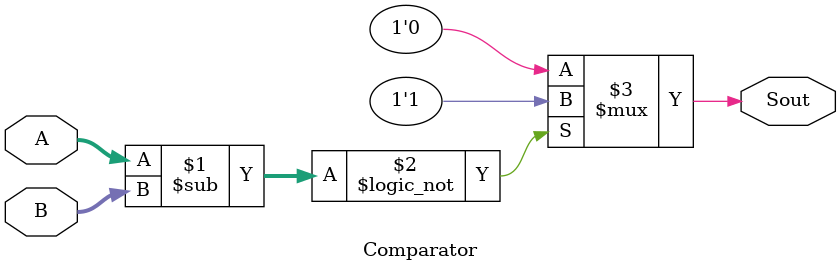
<source format=v>
module Comparator(Sout,A,B);
input [5:0]A,B;

output Sout;
assign Sout=(A-B==6'b0)?1'b1:1'b0;
endmodule

</source>
